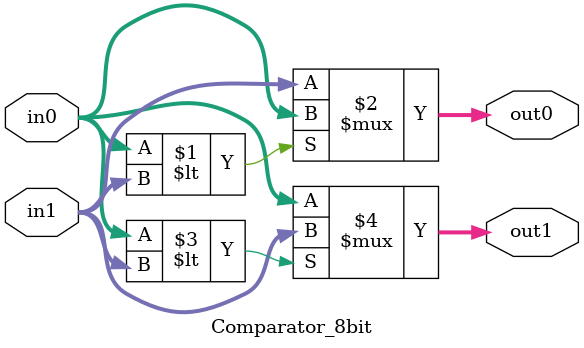
<source format=v>
module CC(
  in_s0,
  in_s1,
  in_s2,
  in_s3,
  in_s4,
  in_s5,
  in_s6,
  opt,
  a,
  b,
  s_id0,
  s_id1,
  s_id2,
  s_id3,
  s_id4,
  s_id5,
  s_id6,
  out

);
input [3:0]in_s0;
input [3:0]in_s1;
input [3:0]in_s2;
input [3:0]in_s3;
input [3:0]in_s4;
input [3:0]in_s5;
input [3:0]in_s6;
input [2:0]opt;

input [1:0]a;
input [2:0]b;
output [2:0] s_id0;
output [2:0] s_id1;
output [2:0] s_id2;
output [2:0] s_id3;
output [2:0] s_id4;
output [2:0] s_id5;
output [2:0] s_id6;
output [2:0] out; 


wire signed [4:0] signed_in_s0 ;
wire signed [4:0] signed_in_s1 ;
wire signed [4:0] signed_in_s2 ;
wire signed [4:0] signed_in_s3 ;
wire signed [4:0] signed_in_s4 ;
wire signed [4:0] signed_in_s5 ;
wire signed [4:0] signed_in_s6 ;
wire signed [2:0] signed_a;
wire signed [4:0] signed_b;

// Expand all 4 bits input convert to 5 bits signed number
assign signed_in_s0 = (opt[0]) ? {in_s0[3],in_s0[3:0]}:{1'b0,in_s0[3:0]};
assign signed_in_s1 = (opt[0]) ? {in_s1[3],in_s1[3:0]}:{1'b0,in_s1[3:0]};
assign signed_in_s2 = (opt[0]) ? {in_s2[3],in_s2[3:0]}:{1'b0,in_s2[3:0]};
assign signed_in_s3 = (opt[0]) ? {in_s3[3],in_s3[3:0]}:{1'b0,in_s3[3:0]};
assign signed_in_s4 = (opt[0]) ? {in_s4[3],in_s4[3:0]}:{1'b0,in_s4[3:0]};
assign signed_in_s5 = (opt[0]) ? {in_s5[3],in_s5[3:0]}:{1'b0,in_s5[3:0]};
assign signed_in_s6 = (opt[0]) ? {in_s6[3],in_s6[3:0]}:{1'b0,in_s6[3:0]};
assign signed_a = {1'b0 , a};
assign signed_b = {1'b0 , b};


// Always make sorting  ascending 
// If it want to sort descending (opt[1] equal to 1), transform the input to make it can sort ascending 
wire signed [4:0] transform_in_s0 ;
wire signed [4:0] transform_in_s1 ;
wire signed [4:0] transform_in_s2 ;
wire signed [4:0] transform_in_s3 ;
wire signed [4:0] transform_in_s4 ;
wire signed [4:0] transform_in_s5 ;
wire signed [4:0] transform_in_s6 ;

wire [4:0] bit0;
wire [4:0] optExtend;
assign bit0 = 5'b00000;
assign optExtend = {5{opt[1]}};

assign transform_in_s0 = signed_in_s0 ^ bit0 ^  optExtend;
assign transform_in_s1 = signed_in_s1 ^ bit0 ^  optExtend;
assign transform_in_s2 = signed_in_s2 ^ bit0 ^  optExtend;
assign transform_in_s3 = signed_in_s3 ^ bit0 ^  optExtend;
assign transform_in_s4 = signed_in_s4 ^ bit0 ^  optExtend;
assign transform_in_s5 = signed_in_s5 ^ bit0 ^  optExtend;
assign transform_in_s6 = signed_in_s6 ^ bit0 ^  optExtend;


// Record every input's order
wire [2:0] id_in_s0;
wire [2:0] id_in_s1;
wire [2:0] id_in_s2;
wire [2:0] id_in_s3;
wire [2:0] id_in_s4;
wire [2:0] id_in_s5;
wire [2:0] id_in_s6;

assign id_in_s0 = 0;
assign id_in_s1 = 1;
assign id_in_s2 = 2;
assign id_in_s3 = 3;
assign id_in_s4 = 4;
assign id_in_s5 = 5;
assign id_in_s6 = 6;

// Make the input to 8 bits format (transform_in + id) in order to let every input unique
wire signed [7:0] unique_in0;
wire signed [7:0] unique_in1;
wire signed [7:0] unique_in2;
wire signed [7:0] unique_in3;
wire signed [7:0] unique_in4;
wire signed [7:0] unique_in5;
wire signed [7:0] unique_in6;

assign unique_in0 = {transform_in_s0[4:0] , id_in_s0[2:0]};
assign unique_in1 = {transform_in_s1[4:0] , id_in_s1[2:0]};
assign unique_in2 = {transform_in_s2[4:0] , id_in_s2[2:0]};
assign unique_in3 = {transform_in_s3[4:0] , id_in_s3[2:0]};
assign unique_in4 = {transform_in_s4[4:0] , id_in_s4[2:0]};
assign unique_in5 = {transform_in_s5[4:0] , id_in_s5[2:0]};
assign unique_in6 = {transform_in_s6[4:0] , id_in_s6[2:0]};


// Use this picture to simulate the circuit https://i.imgur.com/ZpFr6xS.jpg 
wire signed [7:0] w1;
wire signed [7:0] w2;
wire signed [7:0] w3;
wire signed [7:0] w4;
wire signed [7:0] w5;
wire signed [7:0] w6;
wire signed [7:0] w7;
wire signed [7:0] w8;
wire signed [7:0] w9;
wire signed [7:0] w10;
wire signed [7:0] w11;
wire signed [7:0] w12;
wire signed [7:0] w13;
wire signed [7:0] w14;
wire signed [7:0] w15;
wire signed [7:0] w16;
wire signed [7:0] w17;
wire signed [7:0] w18;
wire signed [7:0] w19;
wire signed [7:0] w20;
wire signed [7:0] w21;
wire signed [7:0] w22;
wire signed [7:0] w23;
wire signed [7:0] w24;
wire signed [7:0] w25;
wire signed [7:0] w26;
wire signed [7:0] w27;
wire signed [7:0] w28;
wire signed [7:0] w29;
wire signed [7:0] w30;
wire signed [7:0] w31;
wire signed [7:0] w32;
wire signed [7:0] w33;
wire signed [7:0] w34;


Comparator_8bit C1(unique_in0 , unique_in1 ,w1 , w2);
Comparator_8bit C2(unique_in2 , unique_in3 ,w3 , w4);
Comparator_8bit C3(unique_in4 , unique_in5 ,w5 , w6);
Comparator_8bit C4(w1 , w3 ,w7 , w8);
Comparator_8bit C5(w2 , w4 ,w9 , w10);
Comparator_8bit C6(w6 , unique_in6 ,w11 , w12);
Comparator_8bit C7(w8 , w9 ,w13 , w14);
Comparator_8bit C8(w5 , w11 ,w15 , w16);
Comparator_8bit C9(w7 , w15 ,w17 , w18);
Comparator_8bit C10(w14 , w16,w19, w20);
Comparator_8bit C11(w10 , w12 ,w21 , w22);
Comparator_8bit C12(w20 , w21 ,w23 , w24);
Comparator_8bit C13(w18 , w13 ,w25 , w26);
Comparator_8bit C14(w19 , w23 ,w27 , w28);
Comparator_8bit C15(w25 , w27 ,w29 , w30);
Comparator_8bit C16(w26 , w28 ,w31 , w32);
Comparator_8bit C17(w30 , w31 ,w33 , w34);

assign s_id0 = w17[2:0];
assign s_id1 = w29[2:0];
assign s_id2 = w33[2:0];
assign s_id3 = w34[2:0];
assign s_id4 = w32[2:0];
assign s_id5 = w24[2:0];
assign s_id6 = w22[2:0];


wire signed [7:0] average;
wire signed [5:0] modify_pass_score;

wire signed [4:0] signed_a_plus1;

wire signed [5:0] adjustment0 ;
wire signed [5:0] adjustment1 ;
wire signed [5:0] adjustment2 ;
wire signed [5:0] adjustment3 ;
wire signed [5:0] adjustment4 ;
wire signed [5:0] adjustment5 ;
wire signed [5:0] adjustment6 ;

assign average = (signed_in_s0 + signed_in_s1 + signed_in_s2 + signed_in_s3 + signed_in_s4 + signed_in_s5 + signed_in_s6) / 7;

// all linera transformation need to plus b  , so I move b to here to calculate in order to reduce adder 
assign modify_pass_score = average - signed_a - signed_b;

assign signed_a_plus1 = signed_a+1;


wire signed [5:0] negative0 ;
wire signed [5:0] negative1 ;
wire signed [5:0] negative2 ;
wire signed [5:0] negative3 ;
wire signed [5:0] negative4 ;
wire signed [5:0] negative5 ;
wire signed [5:0] negative6 ;

assign negative0 = signed_in_s0 / signed_a_plus1 ;
assign negative1 = signed_in_s1 / signed_a_plus1 ;
assign negative2 = signed_in_s2 / signed_a_plus1 ;
assign negative3 = signed_in_s3 / signed_a_plus1 ;
assign negative4 = signed_in_s4 / signed_a_plus1 ;
assign negative5 = signed_in_s5 / signed_a_plus1 ;
assign negative6 = signed_in_s6 / signed_a_plus1 ;

wire signed [7:0] positive0 ;
wire signed [7:0] positive1 ;
wire signed [7:0] positive2 ;
wire signed [7:0] positive3 ;
wire signed [7:0] positive4 ;
wire signed [7:0] positive5 ;
wire signed [7:0] positive6 ;


assign positive0 = signed_a_plus1 * signed_in_s0 ;
assign positive1 = signed_a_plus1 * signed_in_s1 ;
assign positive2 = signed_a_plus1 * signed_in_s2 ;
assign positive3 = signed_a_plus1 * signed_in_s3 ;
assign positive4 = signed_a_plus1 * signed_in_s4 ;
assign positive5 = signed_a_plus1 * signed_in_s5 ;
assign positive6 = signed_a_plus1 * signed_in_s6 ;

wire signed [7:0] Linear_transform_s0 ;
wire signed [7:0] Linear_transform_s1 ;
wire signed [7:0] Linear_transform_s2 ;
wire signed [7:0] Linear_transform_s3 ;
wire signed [7:0] Linear_transform_s4 ;
wire signed [7:0] Linear_transform_s5 ;
wire signed [7:0] Linear_transform_s6 ;

assign Linear_transform_s0 = signed_in_s0[4] ? negative0: positive0 ;
assign Linear_transform_s1 = signed_in_s1[4] ? negative1: positive1 ;
assign Linear_transform_s2 = signed_in_s2[4] ? negative2: positive2 ;
assign Linear_transform_s3 = signed_in_s3[4] ? negative3: positive3 ;
assign Linear_transform_s4 = signed_in_s4[4] ? negative4: positive4 ;
assign Linear_transform_s5 = signed_in_s5[4] ? negative5: positive5 ;
assign Linear_transform_s6 = signed_in_s6[4] ? negative6: positive6 ;

reg count0;
reg count1;
reg count2;
reg count3;
reg count4;
reg count5;
reg count6;

always @(*) begin
  if(opt[2]==1) begin
    count0 = (Linear_transform_s0 < modify_pass_score) ? 1'b1 : 1'b0;
    count1 = (Linear_transform_s1 < modify_pass_score) ? 1'b1 : 1'b0;
    count2 = (Linear_transform_s2 < modify_pass_score) ? 1'b1 : 1'b0;
    count3 = (Linear_transform_s3 < modify_pass_score) ? 1'b1 : 1'b0;
    count4 = (Linear_transform_s4 < modify_pass_score) ? 1'b1 : 1'b0;
    count5 = (Linear_transform_s5 < modify_pass_score) ? 1'b1 : 1'b0;
    count6 = (Linear_transform_s6 < modify_pass_score) ? 1'b1 : 1'b0;
  end
  else begin
    count0 = (Linear_transform_s0 >= modify_pass_score) ? 1'b1 : 1'b0;
    count1 = (Linear_transform_s1 >= modify_pass_score) ? 1'b1 : 1'b0;
    count2 = (Linear_transform_s2 >= modify_pass_score) ? 1'b1 : 1'b0;
    count3 = (Linear_transform_s3 >= modify_pass_score) ? 1'b1 : 1'b0;
    count4 = (Linear_transform_s4 >= modify_pass_score) ? 1'b1 : 1'b0;
    count5 = (Linear_transform_s5 >= modify_pass_score) ? 1'b1 : 1'b0;
    count6 = (Linear_transform_s6 >= modify_pass_score) ? 1'b1 : 1'b0;
  end
end

assign out = count0 + count1 + count2 + count3 + count4 + count5 + count6;



endmodule

module Comparator_8bit(
  in0,
  in1,
  out0,
  out1
);
input signed [7:0]in0;
input signed [7:0]in1;
output wire signed [7:0]out0;
output wire signed [7:0]out1;
assign out0 = (in0 < in1) ? in0 : in1;
assign out1 = (in0 < in1) ? in1 : in0;

endmodule


</source>
